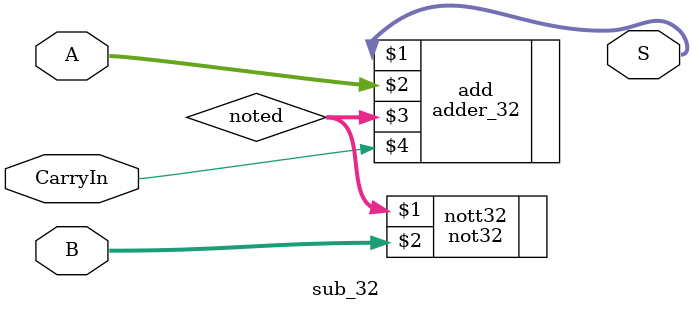
<source format=v>
module sub_32 (S,A,B,CarryIn);
	input [31:0] A,B;
	input CarryIn;
	output [31:0] S;
	wire [31:0] noted;
	
	not32 nott32(noted,B);
	adder_32 add(S,A,noted,CarryIn);
endmodule 
</source>
